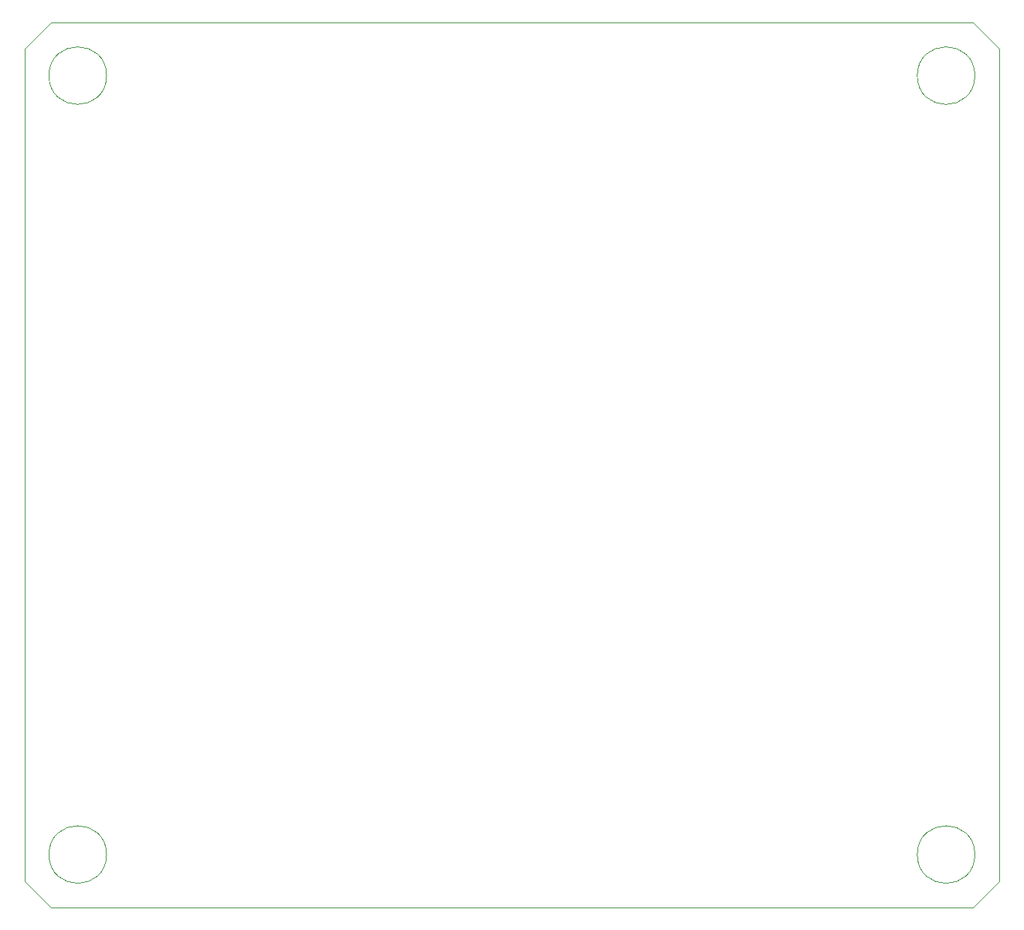
<source format=gbr>
%TF.GenerationSoftware,KiCad,Pcbnew,8.0.2*%
%TF.CreationDate,2024-12-11T18:52:05+01:00*%
%TF.ProjectId,Driver_Lampy_Dozymetrycznej,44726976-6572-45f4-9c61-6d70795f446f,rev?*%
%TF.SameCoordinates,Original*%
%TF.FileFunction,Profile,NP*%
%FSLAX46Y46*%
G04 Gerber Fmt 4.6, Leading zero omitted, Abs format (unit mm)*
G04 Created by KiCad (PCBNEW 8.0.2) date 2024-12-11 18:52:05*
%MOMM*%
%LPD*%
G01*
G04 APERTURE LIST*
%TA.AperFunction,Profile*%
%ADD10C,0.050000*%
%TD*%
G04 APERTURE END LIST*
D10*
X152750000Y-20500000D02*
X155750000Y-17500000D01*
X162000000Y-111500000D02*
G75*
G02*
X155500000Y-111500000I-3250000J0D01*
G01*
X155500000Y-111500000D02*
G75*
G02*
X162000000Y-111500000I3250000J0D01*
G01*
X152750000Y-114500000D02*
X152750000Y-20500000D01*
X260000000Y-23500000D02*
G75*
G02*
X253500000Y-23500000I-3250000J0D01*
G01*
X253500000Y-23500000D02*
G75*
G02*
X260000000Y-23500000I3250000J0D01*
G01*
X155750000Y-117500000D02*
X259750000Y-117500000D01*
X162000000Y-23500000D02*
G75*
G02*
X155500000Y-23500000I-3250000J0D01*
G01*
X155500000Y-23500000D02*
G75*
G02*
X162000000Y-23500000I3250000J0D01*
G01*
X155750000Y-17500000D02*
X259750000Y-17500000D01*
X152750000Y-114500000D02*
X155750000Y-117500000D01*
X260000000Y-111500000D02*
G75*
G02*
X253500000Y-111500000I-3250000J0D01*
G01*
X253500000Y-111500000D02*
G75*
G02*
X260000000Y-111500000I3250000J0D01*
G01*
X259750000Y-17500000D02*
X262750000Y-20500000D01*
X262750000Y-114500000D02*
X262750000Y-20500000D01*
X259750000Y-117500000D02*
X262750000Y-114500000D01*
M02*

</source>
